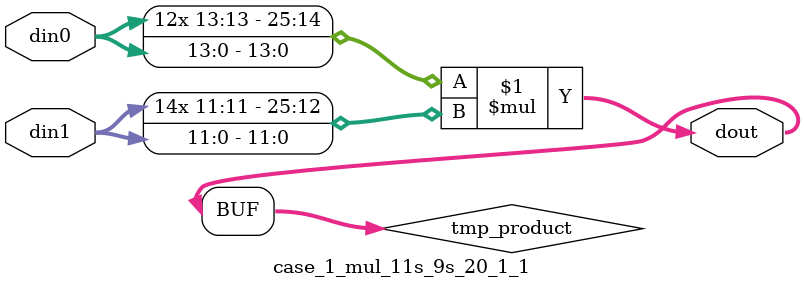
<source format=v>

`timescale 1 ns / 1 ps

 (* use_dsp = "no" *)  module case_1_mul_11s_9s_20_1_1(din0, din1, dout);
parameter ID = 1;
parameter NUM_STAGE = 0;
parameter din0_WIDTH = 14;
parameter din1_WIDTH = 12;
parameter dout_WIDTH = 26;

input [din0_WIDTH - 1 : 0] din0; 
input [din1_WIDTH - 1 : 0] din1; 
output [dout_WIDTH - 1 : 0] dout;

wire signed [dout_WIDTH - 1 : 0] tmp_product;



























assign tmp_product = $signed(din0) * $signed(din1);








assign dout = tmp_product;





















endmodule

</source>
